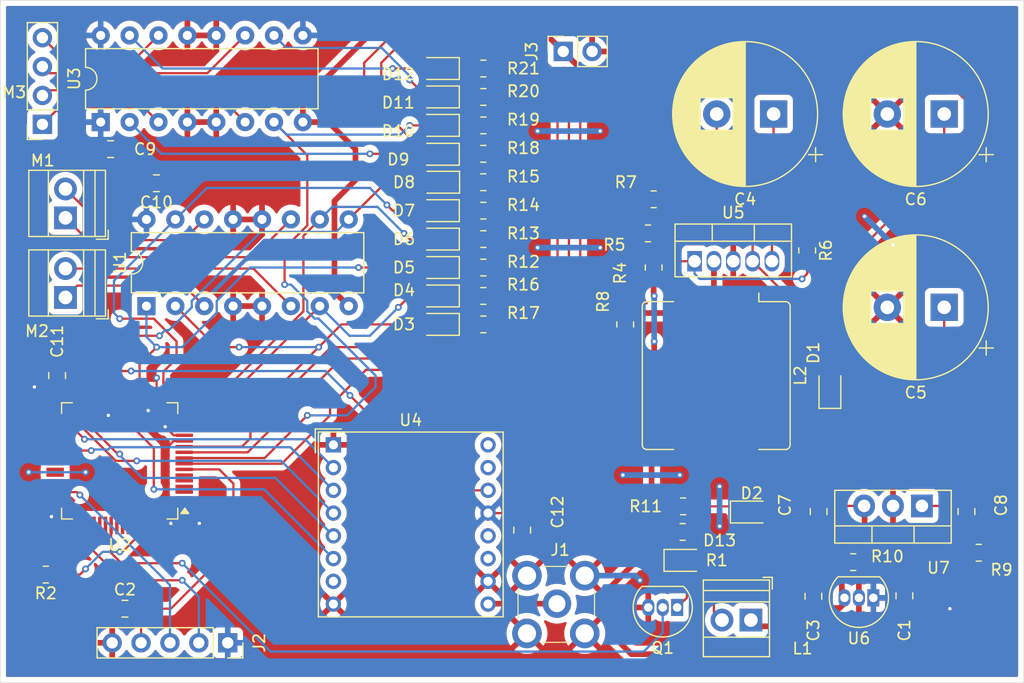
<source format=kicad_pcb>
(kicad_pcb (version 20240108) (generator "pcbnew") (generator_version "8.0")
  (layers (0 "F.Cu" signal) (31 "B.Cu" signal) (34 "B.Paste" user) (35 "F.Paste" user) (36 "B.SilkS" user "B.Silkscreen") (37 "F.SilkS" user "F.Silkscreen") (38 "B.Mask" user) (39 "F.Mask" user) (44 "Edge.Cuts" user))
  (net 0 "")
  (net 1 "/mcu/RESET")
  (net 2 "GND")
  (net 3 "Net-(U4-ANT)")
  (net 4 "+3V3")
  (net 5 "/mcu/SWDIO")
  (net 6 "/mcu/SWCLK")
  (net 7 "Net-(M1--)")
  (net 8 "Net-(M1-+)")
  (net 9 "Net-(M2--)")
  (net 10 "Net-(M2-+)")
  (net 11 "Net-(U3-1Y)")
  (net 12 "Net-(M3--)")
  (net 13 "Net-(U3-3Y)")
  (net 14 "Net-(U3-4Y)")
  (net 15 "Net-(U2-BOOT0)")
  (net 16 "DC_MOTOR2")
  (net 17 "DC_MOTOR_EN1_2")
  (net 18 "DC_MOTOR3")
  (net 19 "DC_MOTOR4")
  (net 20 "+BATT")
  (net 21 "DC_MOTOR_EN3_4")
  (net 22 "DC_MOTOR1")
  (net 24 "NSS")
  (net 31 "SCK")
  (net 46 "STEPPER4")
  (net 48 "STEPPER1")
  (net 50 "MOSI")
  (net 52 "STEPPER3")
  (net 54 "RESET_RADIO")
  (net 56 "MISO")
  (net 59 "STEPPER2")
  (net 60 "RADIO_DONE")
  (net 69 "ELECTROMAGNET")
  (net 70 "Net-(Q1-D)")
  (net 71 "+6V")
  (net 72 "Net-(U5-COMPENSATION)")
  (net 73 "Net-(C4-Pad1)")
  (net 74 "Net-(C5-Pad1)")
  (net 75 "Net-(U5-INPUT)")
  (net 76 "Net-(U7-OUT)")
  (net 77 "Net-(U7-IN)")
  (net 78 "Net-(D1-K)")
  (net 79 "Net-(U5-FEEDBACK)")
  (net 80 "Net-(D2-K)")
  (net 81 "Net-(D3-K)")
  (net 82 "Net-(D4-K)")
  (net 83 "Net-(D5-K)")
  (net 84 "Net-(D6-K)")
  (net 85 "Net-(D7-K)")
  (net 86 "Net-(D8-K)")
  (net 87 "Net-(D9-K)")
  (net 88 "Net-(D10-K)")
  (net 89 "Net-(D11-K)")
  (net 90 "Net-(D12-K)")
  (net 91 "Net-(D13-A)")
  (footprint "LED_SMD:LED_0805_2012Metric_Pad1.15x1.40mm_HandSolder" (layer "F.Cu") (at 101.5 69 180)
    (property "Reference" "D11")
    (property "Value" "LED")
  )
  (footprint "Package_DIP:DIP-16_W7.62mm" (layer "F.Cu") (at 75.855 87.39 90)
    (property "Reference" "U1")
    (property "Value" "L293D")
  )
  (footprint "Resistor_SMD:R_0805_2012Metric_Pad1.20x1.40mm_HandSolder" (layer "F.Cu") (at 119.952271 81)
    (property "Reference" "R5")
    (property "Value" "39k")
  )
  (footprint "Resistor_SMD:R_0805_2012Metric_Pad1.20x1.40mm_HandSolder" (layer "F.Cu") (at 105.475 84)
    (property "Reference" "R12")
    (property "Value" "330")
  )
  (footprint "Capacitor_SMD:C_0805_2012Metric_Pad1.18x1.45mm_HandSolder" (layer "F.Cu") (at 108.8925 107.0925 90)
    (property "Reference" "C12")
    (property "Value" "100n")
  )
  (footprint "Resistor_SMD:R_0805_2012Metric_Pad1.20x1.40mm_HandSolder" (layer "F.Cu") (at 105.475 89)
    (property "Reference" "R17")
    (property "Value" "330")
  )
  (footprint "Resistor_SMD:R_0805_2012Metric_Pad1.20x1.40mm_HandSolder" (layer "F.Cu") (at 117.952271 89 -90)
    (property "Reference" "R8")
    (property "Value" "0")
  )
  (footprint "Capacitor_SMD:C_0805_2012Metric_Pad1.18x1.45mm_HandSolder" (layer "F.Cu") (at 72.705 73.59 180)
    (property "Reference" "C9")
    (property "Value" "100n")
  )
  (footprint "Resistor_SMD:R_0805_2012Metric_Pad1.20x1.40mm_HandSolder" (layer "F.Cu") (at 105.475 69)
    (property "Reference" "R20")
    (property "Value" "330")
  )
  (footprint "digikey-footprints:RF_SMA_Vertical_5-1814832-1" (layer "F.Cu") (at 111.8525 113.6325)
    (property "Reference" "J1")
    (property "Value" "5-1814832-1")
  )
  (footprint "Capacitor_THT:CP_Radial_D12.5mm_P5.00mm" (layer "F.Cu") (at 131 70.5 180)
    (property "Reference" "C4")
    (property "Value" "0.1u")
  )
  (footprint "Resistor_SMD:R_0805_2012Metric_Pad1.20x1.40mm_HandSolder" (layer "F.Cu") (at 105.475 81.5)
    (property "Reference" "R13")
    (property "Value" "330")
  )
  (footprint "Connector_PinSocket_2.54mm:PinSocket_1x02_P2.54mm_Vertical" (layer "F.Cu") (at 112.5 65 90)
    (property "Reference" "J3")
    (property "Value" "xt60")
  )
  (footprint "Capacitor_SMD:C_0805_2012Metric_Pad1.18x1.45mm_HandSolder" (layer "F.Cu") (at 142.5 112.8675 90)
    (property "Reference" "C1")
    (property "Value" "0.1u")
  )
  (footprint "Resistor_SMD:R_0805_2012Metric_Pad1.20x1.40mm_HandSolder" (layer "F.Cu") (at 123 107.25 180)
    (property "Reference" "R1")
    (property "Value" "10")
  )
  (footprint "Resistor_SMD:R_0805_2012Metric_Pad1.20x1.40mm_HandSolder" (layer "F.Cu") (at 149.04 109.08)
    (property "Reference" "R9")
    (property "Value" "0")
  )
  (footprint "Resistor_SMD:R_0805_2012Metric_Pad1.20x1.40mm_HandSolder" (layer "F.Cu") (at 105.475 66.5)
    (property "Reference" "R21")
    (property "Value" "330")
  )
  (footprint "LED_SMD:LED_0805_2012Metric_Pad1.15x1.40mm_HandSolder" (layer "F.Cu") (at 101.5 79 180)
    (property "Reference" "D7")
    (property "Value" "LED")
  )
  (footprint "LED_SMD:LED_0805_2012Metric_Pad1.15x1.40mm_HandSolder" (layer "F.Cu") (at 101.5 71.5 180)
    (property "Reference" "D10")
    (property "Value" "LED")
  )
  (footprint "Capacitor_SMD:C_0805_2012Metric_Pad1.18x1.45mm_HandSolder" (layer "F.Cu") (at 73.9625 114)
    (property "Reference" "C2")
    (property "Value" "100n")
  )
  (footprint "Package_TO_SOT_THT:TO-220-5_Vertical" (layer "F.Cu") (at 124.052271 83.445)
    (property "Reference" "U5")
    (property "Value" "~")
  )
  (footprint "Connector_PinSocket_2.54mm:PinSocket_1x04_P2.54mm_Vertical" (layer "F.Cu") (at 66.705 71.41 180)
    (property "Reference" "M3")
    (property "Value" "Stepper_Motor_bipolar")
  )
  (footprint "Resistor_SMD:R_0805_2012Metric_Pad1.20x1.40mm_HandSolder" (layer "F.Cu") (at 123.04 105 180)
    (property "Reference" "R11")
    (property "Value" "1k")
  )
  (footprint "Capacitor_THT:CP_Radial_D12.5mm_P5.00mm" (layer "F.Cu") (at 146 70.5 180)
    (property "Reference" "C6")
    (property "Value" "330u")
  )
  (footprint "Resistor_SMD:R_0805_2012Metric_Pad1.20x1.40mm_HandSolder" (layer "F.Cu") (at 105.475 71.5)
    (property "Reference" "R19")
    (property "Value" "330")
  )
  (footprint "Connector_PinSocket_2.54mm:PinSocket_1x05_P2.54mm_Vertical" (layer "F.Cu") (at 83 117 -90)
    (property "Reference" "J2")
    (property "Value" "programmer")
  )
  (footprint "Resistor_SMD:R_0805_2012Metric_Pad1.20x1.40mm_HandSolder" (layer "F.Cu") (at 105.475 86.5)
    (property "Reference" "R16")
    (property "Value" "330")
  )
  (footprint "Resistor_SMD:R_0805_2012Metric_Pad1.20x1.40mm_HandSolder" (layer "F.Cu") (at 105.475 74)
    (property "Reference" "R18")
    (property "Value" "330")
  )
  (footprint "TerminalBlock:TerminalBlock_Xinya_XY308-2.54-2P_1x02_P2.54mm_Horizontal" (layer "F.Cu") (at 68.73 86.63 90)
    (property "Reference" "M2")
    (property "Value" "Motor_DC")
  )
  (footprint "RF_Module:HOPERF_RFM9XW_THT" (layer "F.Cu") (at 92.2925 99.5925)
    (property "Reference" "U4")
    (property "Value" "RFM98W-433S2")
  )
  (footprint "LED_SMD:LED_0805_2012Metric_Pad1.15x1.40mm_HandSolder" (layer "F.Cu") (at 101.5 86.5 180)
    (property "Reference" "D4")
    (property "Value" "LED")
  )
  (footprint "Package_QFP:LQFP-64_10x10mm_P0.5mm" (layer "F.Cu") (at 73.5 101 180)
    (property "Reference" "U2")
    (property "Value" "STM32L476RGTx")
  )
  (footprint "Resistor_SMD:R_0805_2012Metric_Pad1.20x1.40mm_HandSolder" (layer "F.Cu") (at 105.475 79)
    (property "Reference" "R14")
    (property "Value" "330")
  )
  (footprint "LED_SMD:LED_0805_2012Metric_Pad1.15x1.40mm_HandSolder" (layer "F.Cu") (at 101.5 89 180)
    (property "Reference" "D3")
    (property "Value" "LED")
  )
  (footprint "Package_TO_SOT_THT:TO-92_Inline" (layer "F.Cu") (at 139.77 113.045 180)
    (property "Reference" "U6")
    (property "Value" "L78L33_TO92")
  )
  (footprint "Capacitor_SMD:C_0805_2012Metric_Pad1.18x1.45mm_HandSolder" (layer "F.Cu") (at 147.96 105.46 90)
    (property "Reference" "C8")
    (property "Value" "0.33u")
  )
  (footprint "Package_TO_SOT_THT:TO-220-3_Vertical" (layer "F.Cu") (at 144.04 104.96 180)
    (property "Reference" "U7")
    (property "Value" "L7806")
  )
  (footprint "LED_SMD:LED_0805_2012Metric_Pad1.15x1.40mm_HandSolder" (layer "F.Cu") (at 101.5 84 180)
    (property "Reference" "D5")
    (property "Value" "LED")
  )
  (footprint "Resistor_SMD:R_0805_2012Metric_Pad1.20x1.40mm_HandSolder" (layer "F.Cu") (at 120.452271 78 180)
    (property "Reference" "R7")
    (property "Value" "0")
  )
  (footprint "LED_SMD:LED_0805_2012Metric_Pad1.15x1.40mm_HandSolder" (layer "F.Cu") (at 123.225 109.75)
    (property "Reference" "D13")
    (property "Value" "D")
  )
  (footprint "Capacitor_SMD:C_0805_2012Metric_Pad1.18x1.45mm_HandSolder" (layer "F.Cu") (at 134.5 112.905 90)
    (property "Reference" "C3")
    (property "Value" "0.33u")
  )
  (footprint "Package_TO_SOT_THT:TO-92_Inline" (layer "F.Cu") (at 122.52 113.89 180)
    (property "Reference" "Q1")
    (property "Value" "NMOS")
  )
  (footprint "LED_SMD:LED_0805_2012Metric_Pad1.15x1.40mm_HandSolder" (layer "F.Cu") (at 101.525 76.5 180)
    (property "Reference" "D8")
    (property "Value" "LED")
  )
  (footprint "Capacitor_SMD:C_0805_2012Metric_Pad1.18x1.45mm_HandSolder" (layer "F.Cu") (at 134.96 105.46 90)
    (property "Reference" "C7")
    (property "Value" "0.1u")
  )
  (footprint "Package_DIP:DIP-16_W7.62mm" (layer "F.Cu") (at 71.83 71.21 90)
    (property "Reference" "U3")
    (property "Value" "L293D")
  )
  (footprint "Diode_SMD:D_0805_2012Metric_Pad1.15x1.40mm_HandSolder" (layer "F.Cu") (at 135.952271 94.525 90)
    (property "Reference" "D1")
    (property "Value" "D_Schottky")
  )
  (footprint "Capacitor_THT:CP_Radial_D12.5mm_P5.00mm" (layer "F.Cu") (at 146 87.5 180)
    (property "Reference" "C5")
    (property "Value" "22000u")
  )
  (footprint "TerminalBlock:TerminalBlock_Xinya_XY308-2.54-2P_1x02_P2.54mm_Horizontal" (layer "F.Cu") (at 129 115 180)
    (property "Reference" "L1")
    (property "Value" "ElectromagneticActor")
  )
  (footprint "Resistor_SMD:R_0805_2012Metric_Pad1.20x1.40mm_HandSolder" (layer "F.Cu") (at 67 111 180)
    (property "Reference" "R2")
    (property "Value" "100k")
  )
  (footprint "LED_SMD:LED_0805_2012Metric_Pad1.15x1.40mm_HandSolder" (layer "F.Cu") (at 101.5 66.5 180)
    (property "Reference" "D12")
    (property "Value" "LED")
  )
  (footprint "Resistor_SMD:R_0805_2012Metric_Pad1.20x1.40mm_HandSolder" (layer "F.Cu") (at 138 109.905)
    (property "Reference" "R10")
    (property "Value" "0")
  )
  (footprint "LED_SMD:LED_0805_2012Metric_Pad1.15x1.40mm_HandSolder" (layer "F.Cu") (at 101.5 81.5 180)
    (property "Reference" "D6")
    (property "Value" "LED")
  )
  (footprint "Resistor_SMD:R_0805_2012Metric_Pad1.20x1.40mm_HandSolder" (layer "F.Cu") (at 120.452271 84 -90)
    (property "Reference" "R4")
    (property "Value" "6.8k")
  )
  (footprint "Capacitor_SMD:C_0805_2012Metric_Pad1.18x1.45mm_HandSolder" (layer "F.Cu") (at 68 93.5 -90)
    (property "Reference" "C11")
    (property "Value" "100n")
  )
  (footprint "TerminalBlock:TerminalBlock_Xinya_XY308-2.54-2P_1x02_P2.54mm_Horizontal" (layer "F.Cu") (at 68.73 79.63 90)
    (property "Reference" "M1")
    (property "Value" "Motor_DC")
  )
  (footprint "Inductor_SMD:L_Bourns_SRR1208_12.7x12.7mm" (layer "F.Cu") (at 125.952271 93.5 -90)
    (property "Reference" "L2")
    (property "Value" "180u")
  )
  (footprint "LED_SMD:LED_0805_2012Metric_Pad1.15x1.40mm_HandSolder" (layer "F.Cu") (at 129.065 105.5)
    (property "Reference" "D2")
    (property "Value" "LED")
  )
  (footprint "LED_SMD:LED_0805_2012Metric_Pad1.15x1.40mm_HandSolder" (layer "F.Cu") (at 101.5 74.04 180)
    (property "Reference" "D9")
    (property "Value" "LED")
  )
  (footprint "Resistor_SMD:R_0805_2012Metric_Pad1.20x1.40mm_HandSolder" (layer "F.Cu") (at 133.952271 82.5 -90)
    (property "Reference" "R6")
    (property "Value" "68k")
  )
  (footprint "Resistor_SMD:R_0805_2012Metric_Pad1.20x1.40mm_HandSolder" (layer "F.Cu") (at 105.475 76.5)
    (property "Reference" "R15")
    (property "Value" "330")
  )
  (footprint "Capacitor_SMD:C_0805_2012Metric_Pad1.18x1.45mm_HandSolder" (layer "F.Cu") (at 76.73 76.59 180)
    (property "Reference" "C10")
    (property "Value" "100n")
  )
  (gr_rect (start 63 60.5) (end 153 120.5) (stroke (width 0.05)) (fill none) (layer "Edge.Cuts"))
  (segment (start 78 114) (end 75 114) (width 0.2) (layer "F.Cu") (net 1))
  (segment (start 79.175 101.75) (end 82.25 101.75) (width 0.2) (layer "F.Cu") (net 1))
  (segment (start 83.5 103) (end 83.5 108.5) (width 0.2) (layer "F.Cu") (net 1))
  (segment (start 75.38 114.38) (end 75 114) (width 0.2) (layer "F.Cu") (net 1))
  (segment (start 75.38 117) (end 75.38 114.38) (width 0.2) (layer "F.Cu") (net 1))
  (segment (start 82.25 101.75) (end 83.5 103) (width 0.2) (layer "F.Cu") (net 1))
  (segment (start 83.5 108.5) (end 78 114) (width 0.2) (layer "F.Cu") (net 1))
  (segment (start 106.475 84) (end 106.475 86.5) (width 0.5) (layer "F.Cu") (net 2))
  (segment (start 76.75 108.25) (end 76.5 108.5) (width 0.2) (layer "F.Cu") (net 2))
  (segment (start 76.75 95.325) (end 76.75 93.70838) (width 0.2) (layer "F.Cu") (net 2))
  (segment (start 106.475 79) (end 106.475 81.5) (width 0.5) (layer "F.Cu") (net 2))
  (segment (start 76.75 105.25) (end 76.5 105) (width 0.2) (layer "F.Cu") (net 2))
  (segment (start 70.25 95.325) (end 70.25 93.75) (width 0.2) (layer "F.Cu") (net 2))
  (segment (start 106.475 76.5) (end 106.475 79) (width 0.5) (layer "F.Cu") (net 2))
  (segment (start 106.475 66.5) (end 106.475 69) (width 0.5) (layer "F.Cu") (net 2))
  (segment (start 76.75 106.675) (end 76.75 108.25) (width 0.2) (layer "F.Cu") (net 2))
  (segment (start 66.25 104.25) (end 66 104.5) (width 0.2) (layer "F.Cu") (net 2))
  (segment (start 106.475 81.5) (end 106.475 84) (width 0.5) (layer "F.Cu") (net 2))
  (segment (start 106.475 71.5) (end 106.475 74) (width 0.5) (layer "F.Cu") (net 2))
  (segment (start 78.25 99.25) (end 77.5 100) (width 0.2) (layer "F.Cu") (net 2))
  (segment (start 76.75 106.675) (end 76.75 105.25) (width 0.2) (layer "F.Cu") (net 2))
  (segment (start 76.75 95.325) (end 76.75 96.25) (width 0.2) (layer "F.Cu") (net 2))
  (segment (start 69.25 104.25) (end 69.5 104.5) (width 0.2) (layer "F.Cu") (net 2))
  (segment (start 106.475 74) (end 106.475 76.5) (width 0.5) (layer "F.Cu") (net 2))
  (segment (start 70.25 93.75) (end 70.5 93.5) (width 0.2) (layer "F.Cu") (net 2))
  (segment (start 76.75 93.70838) (end 76.74162 93.7) (width 0.2) (layer "F.Cu") (net 2))
  (segment (start 106.475 69) (end 106.475 71.5) (width 0.5) (layer "F.Cu") (net 2))
  (segment (start 79.175 99.25) (end 78.25 99.25) (width 0.2) (layer "F.Cu") (net 2))
  (segment (start 67.825 104.25) (end 69.25 104.25) (width 0.2) (layer "F.Cu") (net 2))
  (segment (start 76.75 96.25) (end 77.5 97) (width 0.2) (layer "F.Cu") (net 2))
  (segment (start 106.475 86.5) (end 106.475 89) (width 0.5) (layer "F.Cu") (net 2))
  (segment (start 67.825 104.25) (end 66.25 104.25) (width 0.2) (layer "F.Cu") (net 2))
  (via (at 76.74162 93.7) (size 0.6) (drill 0.3) (layers "F.Cu" "B.Cu") (net 2))
  (via (at 117.75 102.25) (size 0.6) (drill 0.3) (layers "F.Cu" "B.Cu") (net 2))
  (via (at 139 79.5) (size 0.5) (drill 0.3) (layers "F.Cu" "B.Cu") (net 2))
  (via (at 115.75 82.25) (size 0.5) (drill 0.3) (layers "F.Cu" "B.Cu") (net 2))
  (via (at 126.25 106.75) (size 0.6) (drill 0.3) (layers "F.Cu" "B.Cu") (net 2))
  (via (at 122.75 102.25) (size 0.6) (drill 0.3) (layers "F.Cu" "B.Cu") (net 2))
  (via (at 70.5 102) (size 0.6) (drill 0.3) (layers "F.Cu" "B.Cu") (net 2))
  (via (at 126.25 103.25) (size 0.6) (drill 0.3) (layers "F.Cu" "B.Cu") (net 2))
  (via (at 65.5 102) (size 0.6) (drill 0.3) (layers "F.Cu" "B.Cu") (net 2))
  (via (at 141.5 82) (size 0.5) (drill 0.3) (layers "F.Cu" "B.Cu") (net 2))
  (via (at 110.25 82.25) (size 0.6) (drill 0.3) (layers "F.Cu" "B.Cu") (net 2))
  (via (at 119.25 111.5) (size 0.6) (drill 0.3) (layers "F.Cu" "B.Cu") (net 2))
  (via (at 110.25 72) (size 0.6) (drill 0.3) (layers "F.Cu" "B.Cu") (net 2))
  (via (at 115.75 72) (size 0.5) (drill 0.3) (layers "F.Cu" "B.Cu") (net 2))
  (segment (start 110.25 82.25) (end 115.75 82.25) (width 0.5) (layer "B.Cu") (net 2))
  (segment (start 70.5 102) (end 65.5 102) (width 0.2) (layer "B.Cu") (net 2))
  (segment (start 118.8425 111.0925) (end 114.3925 111.0925) (width 0.5) (layer "B.Cu") (net 2))
  (segment (start 141.5 82) (end 139 79.5) (width 0.5) (layer "B.Cu") (net 2))
  (segment (start 122.75 102.25) (end 117.75 102.25) (width 0.5) (layer "B.Cu") (net 2))
  (segment (start 76.74162 93.7) (end 76.9 93.54162) (width 0.2) (layer "B.Cu") (net 2))
  (segment (start 110.25 72) (end 115.75 72) (width 0.5) (layer "B.Cu") (net 2))
  (segment (start 119.25 111.5) (end 118.8425 111.0925) (width 0.5) (layer "B.Cu") (net 2))
  (segment (start 126.25 106.75) (end 126.25 103.25) (width 0.5) (layer "B.Cu") (net 2))
  (segment (start 105.9275 113.5575) (end 105.8925 113.5925) (width 0.5) (layer "F.Cu") (net 3))
  (segment (start 111.9525 113.5575) (end 105.9275 113.5575) (width 0.5) (layer "F.Cu") (net 3))
  (segment (start 72.5 97) (end 71.75 96.25) (width 0.2) (layer "F.Cu") (net 4))
  (segment (start 68 94.5375) (end 68.9625 94.5375) (width 0.2) (layer "F.Cu") (net 4))
  (segment (start 68 94.5375) (end 66.0375 94.5375) (width 0.2) (layer "F.Cu") (net 4))
  (segment (start 67.5 105.9) (end 67.5 105.075) (width 0.2) (layer "F.Cu") (net 4))
  (segment (start 75.855 76.7525) (end 75.6925 76.59) (width 0.2) (layer "F.Cu") (net 4))
  (segment (start 78.25 98.75) (end 79.175 98.75) (width 0.2) (layer "F.Cu") (net 4))
  (segment (start 108.43 105.5925) (end 108.8925 106.055) (width 0.2) (layer "F.Cu") (net 4))
  (segment (start 71.75 96.25) (end 71.75 95.325) (width 0.2) (layer "F.Cu") (net 4))
  (segment (start 75.855 79.77) (end 75.855 76.7525) (width 0.2) (layer "F.Cu") (net 4))
  (segment (start 141.64 113.045) (end 142.5 113.905) (width 0.5) (layer "F.Cu") (net 4))
  (segment (start 80.5 106.5) (end 79.175 105.175) (width 0.2) (layer "F.Cu") (net 4))
  (segment (start 146.405 113.905) (end 146.5 114) (width 0.5) (layer "F.Cu") (net 4))
  (segment (start 67.5 105.075) (end 67.825 104.75) (width 0.2) (layer "F.Cu") (net 4))
  (segment (start 66.0375 94.5375) (end 66 94.5) (width 0.2) (layer "F.Cu") (net 4))
  (segment (start 105.8925 105.5925) (end 108.43 105.5925) (width 0.2) (layer "F.Cu") (net 4))
  (segment (start 79.175 105.175) (end 79.175 104.75) (width 0.2) (layer "F.Cu") (net 4))
  (segment (start 77.5 98) (end 78.25 98.75) (width 0.2) (layer "F.Cu") (net 4))
  (segment (start 77.825 106.675) (end 78 106.5) (width 0.2) (layer "F.Cu") (net 4))
  (segment (start 68.9625 94.5375) (end 69.75 95.325) (width 0.2) (layer "F.Cu") (net 4))
  (segment (start 71.83 71.21) (end 71.83 73.4275) (width 0.2) (layer "F.Cu") (net 4))
  (segment (start 77.25 106.675) (end 77.825 106.675) (width 0.2) (layer "F.Cu") (net 4))
  (segment (start 71.83 73.4275) (end 71.6675 73.59) (width 0.2) (layer "F.Cu") (net 4))
  (segment (start 142.5 113.905) (end 146.405 113.905) (width 0.5) (layer "F.Cu") (net 4))
  (segment (start 76.002572 96.573147) (end 76.25 96.325719) (width 0.2) (layer "F.Cu") (net 4))
  (segment (start 139.77 113.045) (end 141.64 113.045) (width 0.5) (layer "F.Cu") (net 4))
  (segment (start 76.25 96.325719) (end 76.25 95.325) (width 0.2) (layer "F.Cu") (net 4))
  (segment (start 71.6675 63.4275) (end 71.83 63.59) (width 0.2) (layer "F.Cu") (net 4))
  (via (at 78 106.5) (size 0.6) (drill 0.3) (layers "F.Cu" "B.Cu") (net 4))
  (via (at 66 94.5) (size 0.6) (drill 0.3) (layers "F.Cu" "B.Cu") (net 4))
  (via (at 146.5 114) (size 0.5) (drill 0.3) (layers "F.Cu" "B.Cu") (net 4))
  (via (at 67.5 105.9) (size 0.6) (drill 0.3) (layers "F.Cu" "B.Cu") (net 4))
  (via (at 76.002572 96.573147) (size 0.6) (drill 0.3) (layers "F.Cu" "B.Cu") (net 4))
  (via (at 77.5 98) (size 0.6) (drill 0.3) (layers "F.Cu" "B.Cu") (net 4))
  (via (at 80.5 106.5) (size 0.6) (drill 0.3) (layers "F.Cu" "B.Cu") (net 4))
  (via (at 72.5 97) (size 0.6) (drill 0.3) (layers "F.Cu" "B.Cu") (net 4))
  (segment (start 69.75 103.75) (end 70 104) (width 0.2) (layer "F.Cu") (net 5))
  (segment (start 67.825 103.75) (end 69.75 103.75) (width 0.2) (layer "F.Cu") (net 5))
  (via (at 70 104) (size 0.6) (drill 0.3) (layers "F.Cu" "B.Cu") (net 5))
  (segment (start 70 104) (end 77.92 111.92) (width 0.2) (layer "B.Cu") (net 5))
  (segment (start 77.92 111.92) (end 77.92 117) (width 0.2) (layer "B.Cu") (net 5))
  (segment (start 69.75 106.675) (end 69.75 107.48241) (width 0.2) (layer "F.Cu") (net 6))
  (segment (start 73.76759 111.5) (end 79 111.5) (width 0.2) (layer "F.Cu") (net 6))
  (segment (start 69.75 107.48241) (end 73.76759 111.5) (width 0.2) (layer "F.Cu") (net 6))
  (via (at 79 111.5) (size 0.6) (drill 0.3) (layers "F.Cu" "B.Cu") (net 6))
  (segment (start 80.46 112.96) (end 80.46 117) (width 0.2) (layer "B.Cu") (net 6))
  (segment (start 79 111.5) (end 80.46 112.96) (width 0.2) (layer "B.Cu") (net 6))
  (segment (start 79.115 81.59) (end 80.935 79.77) (width 0.2) (layer "F.Cu") (net 7))
  (segment (start 68.73 77.09) (end 73.23 81.59) (width 0.2) (layer "F.Cu") (net 7))
  (segment (start 73.23 81.59) (end 79.115 81.59) (width 0.2) (layer "F.Cu") (net 7))
  (segment (start 72.19 83.09) (end 85.235 83.09) (width 0.2) (layer "F.Cu") (net 8))
  (segment (start 68.73 79.63) (end 72.19 83.09) (width 0.2) (layer "F.Cu") (net 8))
  (segment (start 85.235 83.09) (end 88.555 79.77) (width 0.2) (layer "F.Cu") (net 8))
  (segment (start 68.73 84.09) (end 85.255 84.09) (width 0.2) (layer "F.Cu") (net 9))
  (segment (start 85.255 84.09) (end 88.555 87.39) (width 0.2) (layer "F.Cu") (net 9))
  (segment (start 69.77 85.59) (end 79.135 85.59) (width 0.2) (layer "F.Cu") (net 10))
  (segment (start 68.73 86.63) (end 69.77 85.59) (width 0.2) (layer "F.Cu") (net 10))
  (segment (start 79.135 85.59) (end 80.935 87.39) (width 0.2) (layer "F.Cu") (net 10))
  (segment (start 68.205 69.91) (end 75.61 69.91) (width 0.2) (layer "F.Cu") (net 11))
  (segment (start 75.61 69.91) (end 76.91 71.21) (width 0.2) (layer "F.Cu") (net 11))
  (segment (start 66.705 71.41) (end 68.205 69.91) (width 0.2) (layer "F.Cu") (net 11))
  (segment (start 81.73 68.41) (end 84.53 71.21) (width 0.2) (layer "F.Cu") (net 12))
  (segment (start 67.165 68.41) (end 81.73 68.41) (width 0.2) (layer "F.Cu") (net 12))
  (segment (start 66.705 68.87) (end 67.165 68.41) (width 0.2) (layer "F.Cu") (net 12))
  (segment (start 66.705 66.33) (end 67.285 66.91) (width 0.2) (layer "F.Cu") (net 13))
  (segment (start 81.21 66.91) (end 84.53 63.59) (width 0.2) (layer "F.Cu") (net 13))
  (segment (start 67.285 66.91) (end 81.21 66.91) (width 0.2) (layer "F.Cu") (net 13))
  (segment (start 68.325 65.41) (end 75.09 65.41) (width 0.2) (layer "F.Cu") (net 14))
  (segment (start 75.09 65.41) (end 76.91 63.59) (width 0.2) (layer "F.Cu") (net 14))
  (segment (start 66.705 63.79) (end 68.325 65.41) (width 0.2) (layer "F.Cu") (net 14))
  (segment (start 73.73241 109) (end 73.5 109) (width 0.2) (layer "F.Cu") (net 15))
  (segment (start 70 111) (end 68 111) (width 0.2) (layer "F.Cu") (net 15))
  (segment (start 75.25 106.675) (end 75.25 107.48241) (width 0.2) (layer "F.Cu") (net 15))
  (segment (start 70.5 110.5) (end 70 111) (width 0.2) (layer "F.Cu") (net 15))
  (segment (start 75.25 107.48241) (end 73.73241 109) (width 0.2) (layer "F.Cu") (net 15))
  (via (at 70.5 110.5) (size 0.6) (drill 0.3) (layers "F.Cu" "B.Cu") (net 15))
  (via (at 73.5 109) (size 0.6) (drill 0.3) (layers "F.Cu" "B.Cu") (net 15))
  (segment (start 72 109) (end 70.5 110.5) (width 0.2) (layer "B.Cu") (net 15))
  (segment (start 73.5 109) (end 72 109) (width 0.2) (layer "B.Cu") (net 15))
  (segment (start 99 86.5) (end 98 87.5) (width 0.2) (layer "F.Cu") (net 16))
  (segment (start 80.735 97.75) (end 79.175 97.75) (width 0.2) (layer "F.Cu") (net 16))
  (segment (start 91.095 87.39) (end 80.735 97.75) (width 0.2) (layer "F.Cu") (net 16))
  (segment (start 100.475 86.5) (end 99 86.5) (width 0.2) (layer "F.Cu") (net 16))
  (via (at 98 87.5) (size 0.6) (drill 0.3) (layers "F.Cu" "B.Cu") (net 16))
  (segment (start 93.705 90) (end 91.095 87.39) (width 0.2) (layer "B.Cu") (net 16))
  (segment (start 95.5 90) (end 93.705 90) (width 0.2) (layer "B.Cu") (net 16))
  (segment (start 98 87.5) (end 95.5 90) (width 0.2) (layer "B.Cu") (net 16))
  (segment (start 76.751471 91) (end 75.25 92.501471) (width 0.2) (layer "F.Cu") (net 17))
  (segment (start 75.25 92.501471) (end 75.25 95.325) (width 0.2) (layer "F.Cu") (net 17))
  (segment (start 100.475 84) (end 94.5 84) (width 0.2) (layer "F.Cu") (net 17))
  (via (at 76.751471 91) (size 0.6) (drill 0.3) (layers "F.Cu" "B.Cu") (net 17))
  (via (at 94.5 84) (size 0.6) (drill 0.3) (layers "F.Cu" "B.Cu") (net 17))
  (segment (start 79 91) (end 76.751471 91) (width 0.2) (layer "B.Cu") (net 17))
  (segment (start 75.855 90.103529) (end 75.855 87.39) (width 0.2) (layer "B.Cu") (net 17))
  (segment (start 75.855 87.615) (end 75.855 87.39) (width 0.2) (layer "B.Cu") (net 17))
  (segment (start 84.969365 84) (end 82.035 86.934365) (width 0.2) (layer "B.Cu") (net 17))
  (segment (start 82.035 87.965) (end 79 91) (width 0.2) (layer "B.Cu") (net 17))
  (segment (start 82.035 86.934365) (end 82.035 87.965) (width 0.2) (layer "B.Cu") (net 17))
  (segment (start 76.751471 91) (end 75.855 90.103529) (width 0.2) (layer "B.Cu") (net 17))
  (segment (start 94.5 84) (end 84.969365 84) (width 0.2) (layer "B.Cu") (net 17))
  (segment (start 89.655 87.845635) (end 80.250635 97.25) (width 0.2) (layer "F.Cu") (net 18))
  (segment (start 89.655 81.21) (end 89.655 87.845635) (width 0.2) (layer "F.Cu") (net 18))
  (segment (start 99 81.5) (end 98.5 81) (width 0.2) (layer "F.Cu") (net 18))
  (segment (start 80.250635 97.25) (end 79.175 97.25) (width 0.2) (layer "F.Cu") (net 18))
  (segment (start 91.095 79.77) (end 89.655 81.21) (width 0.2) (layer "F.Cu") (net 18))
  (segment (start 100.475 81.5) (end 99 81.5) (width 0.2) (layer "F.Cu") (net 18))
  (via (at 98.5 81) (size 0.6) (drill 0.3) (layers "F.Cu" "B.Cu") (net 18))
  (segment (start 92.195 78.67) (end 91.095 79.77) (width 0.2) (layer "B.Cu") (net 18))
  (segment (start 98.5 81) (end 96.17 78.67) (width 0.2) (layer "B.Cu") (net 18))
  (segment (start 96.17 78.67) (end 92.195 78.67) (width 0.2) (layer "B.Cu") (net 18))
  (segment (start 100.475 79) (end 97.5 79) (width 0.2) (layer "F.Cu") (net 19))
  (segment (start 78.5 92) (end 77.34162 93.15838) (width 0.2) (layer "F.Cu") (net 19))
  (segment (start 77.34162 93.15838) (end 77.34162 95.23338) (width 0.2) (layer "F.Cu") (net 19))
  (segment (start 77.34162 95.23338) (end 77.25 95.325) (width 0.2) (layer "F.Cu") (net 19))
  (segment (start 73.5 88.5) (end 76.5 88.5) (width 0.2) (layer "F.Cu") (net 19))
  (segment (start 78.5 90.5) (end 78.5 92) (width 0.2) (layer "F.Cu") (net 19))
  (segment (start 76.5 88.5) (end 78.5 90.5) (width 0.2) (layer "F.Cu") (net 19))
  (segment (start 97.5 79) (end 97 78.5) (width 0.2) (layer "F.Cu") (net 19))
  (via (at 97 78.5) (size 0.6) (drill 0.3) (layers "F.Cu" "B.Cu") (net 19))
  (via (at 73.5 88.5) (size 0.6) (drill 0.3) (layers "F.Cu" "B.Cu") (net 19))
  (segment (start 81.165 77) (end 78.395 79.77) (width 0.2) (layer "B.Cu") (net 19))
  (segment (start 95.5 77) (end 81.165 77) (width 0.2) (layer "B.Cu") (net 19))
  (segment (start 73 85.5) (end 73 88) (width 0.2) (layer "B.Cu") (net 19))
  (segment (start 73 88) (end 73.5 88.5) (width 0.2) (layer "B.Cu") (net 19))
  (segment (start 78.395 79.77) (end 73 85.165) (width 0.2) (layer "B.Cu") (net 19))
  (segment (start 73 85.165) (end 73 85.5) (width 0.2) (layer "B.Cu") (net 19))
  (segment (start 97 78.5) (end 95.5 77) (width 0.2) (layer "B.Cu") (net 19))
  (segment (start 115 67.5) (end 146.3 67.5) (width 0.5) (layer "F.Cu") (net 20))
  (segment (start 89.61 69.39) (end 89.61 71.21) (width 0.5) (layer "F.Cu") (net 20))
  (segment (start 119.452271 76.547729) (end 119.452271 78) (width 0.5) (layer "F.Cu") (net 20))
  (segment (start 119.5 72) (end 112.5 65) (width 0.5) (layer "F.Cu") (net 20))
  (segment (start 93.635 87.39) (end 92.385 86.14) (width 0.5) (layer "F.Cu") (net 20))
  (segment (start 112.912271 65.5) (end 113 65.5) (width 0.5) (layer "F.Cu") (net 20))
  (segment (start 92.385 86.14) (end 92.385 78.157182) (width 0.5) (layer "F.Cu") (net 20))
  (segment (start 150.5 108.62) (end 150.04 109.08) (width 0.5) (layer "F.Cu") (net 20))
  (segment (start 97 62) (end 89.61 69.39) (width 0.5) (layer "F.Cu") (net 20))
  (segment (start 112.5 65) (end 115 67.5) (width 0.5) (layer "F.Cu") (net 20))
  (segment (start 146.3 67.5) (end 149 70.2) (width 0.5) (layer "F.Cu") (net 20))
  (segment (start 92.385 78.157182) (end 94.23 76.312182) (width 0.5) (layer "F.Cu") (net 20))
  (segment (start 94.23 76.312182) (end 94.23 73.59) (width 0.5) (layer "F.Cu") (net 20))
  (segment (start 119.5 72) (end 119.5 76.5) (width 0.5) (layer "F.Cu") (net 20))
  (segment (start 109.5 62) (end 97 62) (width 0.5) (layer "F.Cu") (net 20))
  (segment (start 112.5 65) (end 109.5 62) (width 0.5) (layer "F.Cu") (net 20))
  (segment (start 94.23 73.59) (end 91.85 71.21) (width 0.5) (layer "F.Cu") (net 20))
  (segment (start 150.5 72) (end 150.5 108.62) (width 0.5) (layer "F.Cu") (net 20))
  (segment (start 149 70.2) (end 149 70.5) (width 0.5) (layer "F.Cu") (net 20))
  (segment (start 149 70.5) (end 150.5 72) (width 0.5) (layer "F.Cu") (net 20))
  (segment (start 119.5 76.5) (end 119.452271 76.547729) (width 0.5) (layer "F.Cu") (net 20))
  (segment (start 91.85 71.21) (end 89.61 71.21) (width 0.5) (layer "F.Cu") (net 20))
  (segment (start 96.905 76.5) (end 93.635 79.77) (width 0.2) (layer "F.Cu") (net 21))
  (segment (start 71.25 93.75) (end 71.25 95.325) (width 0.2) (layer "F.Cu") (net 21))
  (segment (start 75 90) (end 71.25 93.75) (width 0.2) (layer "F.Cu") (net 21))
  (segment (start 77 90) (end 75 90) (width 0.2) (layer "F.Cu") (net 21))
  (segment (start 100.5 76.5) (end 96.905 76.5) (width 0.2) (layer "F.Cu") (net 21))
  (via (at 77 90) (size 0.6) (drill 0.3) (layers "F.Cu" "B.Cu") (net 21))
  (segment (start 85.899365 80.87) (end 92.535 80.87) (width 0.2) (layer "B.Cu") (net 21))
  (segment (start 79.835 86.934365) (end 85.899365 80.87) (width 0.2) (layer "B.Cu") (net 21))
  (segment (start 92.535 80.87) (end 93.635 79.77) (width 0.2) (layer "B.Cu") (net 21))
  (segment (start 77 90) (end 77.5 89.5) (width 0.2) (layer "B.Cu") (net 21))
  (segment (start 79.835 87.505635) (end 79.835 86.934365) (width 0.2) (layer "B.Cu") (net 21))
  (segment (start 77.840635 89.5) (end 79.835 87.505635) (width 0.2) (layer "B.Cu") (net 21))
  (segment (start 77.5 89.5) (end 77.840635 89.5) (width 0.2) (layer "B.Cu") (net 21))
  (segment (start 83.75 98.25) (end 79.175 98.25) (width 0.2) (layer "F.Cu") (net 22))
  (segment (start 100.475 89) (end 93 89) (width 0.2) (layer "F.Cu") (net 22))
  (segment (start 93 89) (end 91 91) (width 0.2) (layer "F.Cu") (net 22))
  (segment (start 82.005 91) (end 84 91) (width 0.2) (layer "F.Cu") (net 22))
  (segment (start 78.395 87.39) (end 82.005 91) (width 0.2) (layer "F.Cu") (net 22))
  (segment (start 91 91) (end 83.75 98.25) (width 0.2) (layer "F.Cu") (net 22))
  (via (at 91 91) (size 0.6) (drill 0.3) (layers "F.Cu" "B.Cu") (net 22))
  (via (at 84 91) (size 0.6) (drill 0.3) (layers "F.Cu" "B.Cu") (net 22))
  (segment (start 84 91) (end 91 91) (width 0.2) (layer "B.Cu") (net 22))
  (segment (start 70.184314 97.25) (end 67.825 97.25) (width 0.2) (layer "F.Cu") (net 24))
  (segment (start 73.5 100.4) (end 73.334314 100.4) (width 0.2) (layer "F.Cu") (net 24))
  (segment (start 73.334314 100.4) (end 70.184314 97.25) (width 0.2) (layer "F.Cu") (net 24))
  (via (at 73.5 100.4) (size 0.6) (drill 0.3) (layers "F.Cu" "B.Cu") (net 24))
  (segment (start 75.5 102.5) (end 87.2 102.5) (width 0.2) (layer "B.Cu") (net 24))
  (segment (start 73.5 100.4) (end 73.5 100.5) (width 0.2) (layer "B.Cu") (net 24))
  (segment (start 73.5 100.5) (end 75.5 102.5) (width 0.2) (layer "B.Cu") (net 24))
  (segment (start 87.2 102.5) (end 92.2925 107.5925) (width 0.2) (layer "B.Cu") (net 24))
  (segment (start 69.901471 97.75) (end 73.151471 101) (width 0.2) (layer "F.Cu") (net 31))
  (segment (start 73.151471 101) (end 75 101) (width 0.2) (layer "F.Cu") (net 31))
  (segment (start 67.825 97.75) (end 69.901471 97.75) (width 0.2) (layer "F.Cu") (net 31))
  (via (at 75 101) (size 0.6) (drill 0.3) (layers "F.Cu" "B.Cu") (net 31))
  (segment (start 75 101) (end 87.7 101) (width 0.2) (layer "B.Cu") (net 31))
  (segment (start 87.7 101) (end 92.2925 105.5925) (width 0.2) (layer "B.Cu") (net 31))
  (segment (start 107 91) (end 112 86) (width 0.2) (layer "F.Cu") (net 46))
  (segment (start 85 98.085785) (end 92.085785 91) (width 0.2) (layer "F.Cu") (net 46))
  (segment (start 92.085785 91) (end 107 91) (width 0.2) (layer "F.Cu") (net 46))
  (segment (start 106.5 64) (end 101.5 64) (width 0.2) (layer "F.Cu") (net 46))
  (segment (start 112 86) (end 112 69.5) (width 0.2) (layer "F.Cu") (net 46))
  (segment (start 79.175 99.75) (end 84.25 99.75) (width 0.2) (layer "F.Cu") (net 46))
  (segment (start 85 99) (end 85 98.085785) (width 0.2) (layer "F.Cu") (net 46))
  (segment (start 100.475 66.5) (end 97.5 66.5) (width 0.2) (layer "F.Cu") (net 46))
  (segment (start 100.475 65.025) (end 100.475 66.5) (width 0.2) (layer "F.Cu") (net 46))
  (segment (start 84.25 99.75) (end 85 99) (width 0.2) (layer "F.Cu") (net 46))
  (segment (start 112 69.5) (end 106.5 64) (width 0.2) (layer "F.Cu") (net 46))
  (segment (start 101.5 64) (end 100.475 65.025) (width 0.2) (layer "F.Cu") (net 46))
  (via (at 97.5 66.5) (size 0.6) (drill 0.3) (layers "F.Cu" "B.Cu") (net 46))
  (segment (start 77.28 66.5) (end 74.37 63.59) (width 0.2) (layer "B.Cu") (net 46))
  (segment (start 97.5 66.5) (end 77.28 66.5) (width 0.2) (layer "B.Cu") (net 46))
  (segment (start 92 97) (end 92 96.151471) (width 0.2) (layer "F.Cu") (net 48))
  (segment (start 114 87.5) (end 114 69) (width 0.2) (layer "F.Cu") (net 48))
  (segment (start 98.45 62.55) (end 95 66) (width 0.2) (layer "F.Cu") (net 48))
  (segment (start 107.55 62.55) (end 98.45 62.55) (width 0.2) (layer "F.Cu") (net 48))
  (segment (start 95 66) (end 95 68.565) (width 0.2) (layer "F.Cu") (net 48))
  (segment (start 79.175 101.25) (end 87.75 101.25) (width 0.2) (layer "F.Cu") (net 48))
  (segment (start 100.475 74.04) (end 100.435 74) (width 0.2) (layer "F.Cu") (net 48))
  (segment (start 108.5 93) (end 114 87.5) (width 0.2) (layer "F.Cu") (net 48))
  (segment (start 92 96.151471) (end 95.151471 93) (width 0.2) (layer "F.Cu") (net 48))
  (segment (start 114 69) (end 107.55 62.55) (width 0.2) (layer "F.Cu") (net 48))
  (segment (start 95.151471 93) (end 108.5 93) (width 0.2) (layer "F.Cu") (net 48))
  (segment (start 100.435 74) (end 95.5 74) (width 0.2) (layer "F.Cu") (net 48))
  (segment (start 87.75 101.25) (end 92 97) (width 0.2) (layer "F.Cu") (net 48))
  (segment (start 95 68.565) (end 100.475 74.04) (width 0.2) (layer "F.Cu") (net 48))
  (via (at 95.5 74) (size 0.6) (drill 0.3) (layers "F.Cu" "B.Cu") (net 48))
  (segment (start 95.5 74) (end 77.16 74) (width 0.2) (layer "B.Cu") (net 48))
  (segment (start 77.16 74) (end 74.37 71.21) (width 0.2) (layer "B.Cu") (net 48))
  (segment (start 71 100.098529) (end 69.980939 100.098529) (width 0.2) (layer "F.Cu") (net 50))
  (segment (start 68.63241 98.75) (end 67.825 98.75) (width 0.2) (layer "F.Cu") (net 50))
  (segment (start 69.980939 100.098529) (end 68.63241 98.75) (width 0.2) (layer "F.Cu") (net 50))
  (via (at 71 100.098529) (size 0.6) (drill 0.3) (layers "F.Cu" "B.Cu") (net 50))
  (segment (start 72.5 100) (end 72.7 99.8) (width 0.2) (layer "B.Cu") (net 50))
  (segment (start 88.5 99.8) (end 92.2925 103.5925) (width 0.2) (layer "B.Cu") (net 50))
  (segment (start 71.098529 100) (end 72.5 100) (width 0.2) (layer "B.Cu") (net 50))
  (segment (start 71 100.098529) (end 71.098529 100) (width 0.2) (layer "B.Cu") (net 50))
  (segment (start 72.7 99.8) (end 88.5 99.8) (width 0.2) (layer "B.Cu") (net 50))
  (segment (start 113 69) (end 107 63) (width 0.2) (layer "F.Cu") (net 52))
  (segment (start 97.5 69) (end 100.475 69) (width 0.2) (layer "F.Cu") (net 52))
  (segment (start 100.475 69) (end 100.475 68.975) (width 0.2) (layer "F.Cu") (net 52))
  (segment (start 113 87) (end 113 69) (width 0.2) (layer "F.Cu") (net 52))
  (segment (start 79.175 100.25) (end 84.75 100.25) (width 0.2) (layer "F.Cu") (net 52))
  (segment (start 100.475 68.975) (end 99 67.5) (width 0.2) (layer "F.Cu") (net 52))
  (segment (start 107 63) (end 99.5 63) (width 0.2) (layer "F.Cu") (net 52))
  (segment (start 96.5 68) (end 97.5 69) (width 0.2) (layer "F.Cu") (net 52))
  (segment (start 99.5 63) (end 96.5 66) (width 0.2) (layer "F.Cu") (net 52))
  (segment (start 96.5 66) (end 96.5 68) (width 0.2) (layer "F.Cu") (net 52))
  (segment (start 108 92) (end 113 87) (width 0.2) (layer "F.Cu") (net 52))
  (segment (start 84.75 100.25) (end 93 92) (width 0.2) (layer "F.Cu") (net 52))
  (segment (start 93 92) (end 108 92) (width 0.2) (layer "F.Cu") (net 52))
  (via (at 99 67.5) (size 0.6) (drill 0.3) (layers "F.Cu" "B.Cu") (net 52))
  (segment (start 88.17 64.69) (end 87.07 63.59) (width 0.2) (layer "B.Cu") (net 52))
  (segment (start 99 67.5) (end 99 67.151471) (width 0.2) (layer "B.Cu") (net 52))
  (segment (start 96.538529 64.69) (end 88.17 64.69) (width 0.2) (layer "B.Cu") (net 52))
  (segment (start 99 67.151471) (end 96.538529 64.69) (width 0.2) (layer "B.Cu") (net 52))
  (segment (start 72.75 95.325) (end 72.75 96.13241) (width 0.2) (layer "F.Cu") (net 54))
  (segment (start 72.75 96.13241) (end 73.61759 97) (width 0.2) (layer "F.Cu") (net 54))
  (segment (start 76.5 99.88241) (end 76.5 103.5) (width 0.2) (layer "F.Cu") (net 54))
  (segment (start 73.61759 97) (end 76.5 99.88241) (width 0.2) (layer "F.Cu") (net 54))
  (via (at 76.5 103.5) (size 0.6) (drill 0.3) (layers "F.Cu" "B.Cu") (net 54))
  (segment (start 76.5 103.5) (end 86.2 103.5) (width 0.2) (layer "B.Cu") (net 54))
  (segment (start 86.2 103.5) (end 92.2925 109.5925) (width 0.2) (layer "B.Cu") (net 54))
  (segment (start 67.825 98.25) (end 69.552942 98.25) (width 0.2) (layer "F.Cu") (net 56))
  (segment (start 69.552942 98.25) (end 70.401471 99.098529) (width 0.2) (layer "F.Cu") (net 56))
  (via (at 70.401471 99.098529) (size 0.6) (drill 0.3) (layers "F.Cu" "B.Cu") (net 56))
  (segment (start 89.798529 99.098529) (end 92.2925 101.5925) (width 0.2) (layer "B.Cu") (net 56))
  (segment (start 70.401471 99.098529) (end 89.798529 99.098529) (width 0.2) (layer "B.Cu") (net 56))
  (segment (start 86.25 100.75) (end 79.175 100.75) (width 0.2) (layer "F.Cu") (net 59))
  (segment (start 88 82.299314) (end 88 85.5) (width 0.2) (layer "F.Cu") (net 59))
  (segment (start 89.995 74.135) (end 89.995 80.304314) (width 0.2) (layer "F.Cu") (net 59))
  (segment (start 100.475 71.5) (end 99 71.5) (width 0.2) (layer "F.Cu") (net 59))
  (segment (start 89.995 80.304314) (end 88 82.299314) (width 0.2) (layer "F.Cu") (net 59))
  (segment (start 87.07 71.21) (end 89.995 74.135) (width 0.2) (layer "F.Cu") (net 59))
  (segment (start 90 97) (end 86.25 100.75) (width 0.2) (layer "F.Cu") (net 59))
  (via (at 99 71.5) (size 0.6) (drill 0.3) (layers "F.Cu" "B.Cu") (net 59))
  (via (at 90 97) (size 0.6) (drill 0.3) (layers "F.Cu" "B.Cu") (net 59))
  (via (at 88 85.5) (size 0.6) (drill 0.3) (layers "F.Cu" "B.Cu") (net 59))
  (segment (start 98.19 72.31) (end 88.17 72.31) (width 0.2) (layer "B.Cu") (net 59))
  (segment (start 88 85.5) (end 88.560635 85.5) (width 0.2) (layer "B.Cu") (net 59))
  (segment (start 90.639365 88.49) (end 90.99 88.49) (width 0.2) (layer "B.Cu") (net 59))
  (segment (start 99 71.5) (end 98.19 72.31) (width 0.2) (layer "B.Cu") (net 59))
  (segment (start 90.99 88.49) (end 96 93.5) (width 0.2) (layer "B.Cu") (net 59))
  (segment (start 88.17 72.31) (end 87.07 71.21) (width 0.2) (layer "B.Cu") (net 59))
  (segment (start 93.5 97) (end 90 97) (width 0.2) (layer "B.Cu") (net 59))
  (segment (start 89.995 87.845635) (end 90.639365 88.49) (width 0.2) (layer "B.Cu") (net 59))
  (segment (start 89.995 86.934365) (end 89.995 87.845635) (width 0.2) (layer "B.Cu") (net 59))
  (segment (start 88.560635 85.5) (end 89.995 86.934365) (width 0.2) (layer "B.Cu") (net 59))
  (segment (start 96 94.5) (end 93.5 97) (width 0.2) (layer "B.Cu") (net 59))
  (segment (start 96 93.5) (end 96 94.5) (width 0.2) (layer "B.Cu") (net 59))
  (segment (start 93.75 95.25) (end 102.0925 103.5925) (width 0.2) (layer "F.Cu") (net 60))
  (segment (start 102.0925 103.5925) (end 105.8925 103.5925) (width 0.2) (layer "F.Cu") (net 60))
  (segment (start 74.5 93.1) (end 73.66759 93.1) (width 0.2) (layer "F.Cu") (net 60))
  (segment (start 72.25 94.51759) (end 72.25 95.325) (width 0.2) (layer "F.Cu") (net 60))
  (segment (start 73.66759 93.1) (end 72.25 94.51759) (width 0.2) (layer "F.Cu") (net 60))
  (via (at 74.5 93.1) (size 0.6) (drill 0.3) (layers "F.Cu" "B.Cu") (net 60))
  (via (at 93.75 95.25) (size 0.6) (drill 0.3) (layers "F.Cu" "B.Cu") (net 60))
  (segment (start 105.5925 103.5925) (end 105.8925 103.5925) (width 0.2) (layer "B.Cu") (net 60))
  (segment (start 91.6 93.1) (end 74.5 93.1) (width 0.2) (layer "B.Cu") (net 60))
  (segment (start 93.75 95.25) (end 91.6 93.1) (width 0.2) (layer "B.Cu") (net 60))
  (segment (start 72.75 106.675) (end 72.75 109.098529) (width 0.2) (layer "F.Cu") (net 69))
  (segment (start 73.651471 110) (end 79 110) (width 0.2) (layer "F.Cu") (net 69))
  (segment (start 72.75 109.098529) (end 73.651471 110) (width 0.2) (layer "F.Cu") (net 69))
  (via (at 79 110) (size 0.6) (drill 0.3) (layers "F.Cu" "B.Cu") (net 69))
  (segment (start 86.7725 117.7725) (end 119.5775 117.7725) (width 0.2) (layer "B.Cu") (net 69))
  (segment (start 121.25 116.1) (end 119.5775 117.7725) (width 0.2) (layer "B.Cu") (net 69))
  (segment (start 79 110) (end 86.7725 117.7725) (width 0.2) (layer "B.Cu") (net 69))
  (segment (start 121.25 113.89) (end 121.25 116.1) (width 0.2) (layer "B.Cu") (net 69))
  (segment (start 122.04 107.21) (end 122 107.25) (width 0.2) (layer "F.Cu") (net 70))
  (segment (start 122.04 105) (end 122.04 107.21) (width 0.2) (layer "F.Cu") (net 70))
  (segment (start 122.25 105.21) (end 122.04 105) (width 0.2) (layer "F.Cu") (net 70))
  (segment (start 123.375 113.035) (end 122.52 113.89) (width 0.2) (layer "F.Cu") (net 70))
  (segment (start 122 107.25) (end 123.375 108.625) (width 0.2) (layer "F.Cu") (net 70))
  (segment (start 123.375 108.625) (end 123.375 113.035) (width 0.2) (layer "F.Cu") (net 70))
  (segment (start 120.27 96.77) (end 117.952271 94.452271) (width 0.5) (layer "F.Cu") (net 71))
  (segment (start 117.952271 94.452271) (end 117.952271 90) (width 0.5) (layer "F.Cu") (net 71))
  (segment (start 130.4425 118) (end 118.5 118) (width 0.5) (layer "F.Cu") (net 71))
  (segment (start 137 112.815) (end 137.23 113.045) (width 0.5) (layer "F.Cu") (net 71))
  (segment (start 132.8925 115.55) (end 129.55 115.55) (width 0.5) (layer "F.Cu") (net 71))
  (segment (start 134.5 113.9425) (end 136.8075 113.9425) (width 0.5) (layer "F.Cu") (net 71))
  (segment (start 118.5 118) (end 116.75 116.25) (width 0.5) (layer "F.Cu") (net 71))
  (segment (start 136.8075 113.9425) (end 137.23 113.52) (width 0.5) (layer "F.Cu") (net 71))
  (segment (start 118.89 109.86) (end 120.27 109.86) (width 0.5) (layer "F.Cu") (net 71))
  (segment (start 137 109.905) (end 137 112.815) (width 0.5) (layer "F.Cu") (net 71))
  (segment (start 134.5 113.9425) (end 130.4425 118) (width 0.5) (layer "F.Cu") (net 71))
  (segment (start 120.27 109.86) (end 120.38 109.75) (width 0.5) (layer "F.Cu") (net 71))
  (segment (start 120.38 109.75) (end 122.2 109.75) (width 0.5) (layer "F.Cu") (net 71))
  (segment (start 116.75 112) (end 118.89 109.86) (width 0.5) (layer "F.Cu") (net 71))
  (segment (start 120.27 109.86) (end 120.27 96.77) (width 0.5) (layer "F.Cu") (net 71))
  (segment (start 134.5 113.9425) (end 132.8925 115.55) (width 0.5) (layer "F.Cu") (net 71))
  (segment (start 137 109.905) (end 136.405 109.905) (width 0.5) (layer "F.Cu") (net 71))
  (segment (start 137.23 113.52) (end 137.23 113.045) (width 0.5) (layer "F.Cu") (net 71))
  (segment (start 129.55 115.55) (end 129.388908 115.388908) (width 0.5) (layer "F.Cu") (net 71))
  (segment (start 132 105.5) (end 130.64 105.5) (width 0.5) (layer "F.Cu") (net 71))
  (segment (start 136.405 109.905) (end 132 105.5) (width 0.5) (layer "F.Cu") (net 71))
  (segment (start 116.75 116.25) (end 116.75 112) (width 0.5) (layer "F.Cu") (net 71))
  (segment (start 122.25 109) (end 122.52 109.27) (width 0.2) (layer "F.Cu") (net 71))
  (segment (start 126 77.132473) (end 130.852271 81.984744) (width 0.2) (layer "F.Cu") (net 72))
  (segment (start 130.852271 81.984744) (end 130.852271 83.445) (width 0.2) (layer "F.Cu") (net 72))
  (segment (start 126 70.5) (end 126 77.132473) (width 0.2) (layer "F.Cu") (net 72))
  (segment (start 131 70.5) (end 131 78.547729) (width 0.2) (layer "F.Cu") (net 73))
  (segment (start 131 78.547729) (end 133.952271 81.5) (width 0.2) (layer "F.Cu") (net 73))
  (segment (start 146 87.5) (end 146 91.5) (width 0.2) (layer "F.Cu") (net 74))
  (segment (start 146 91.5) (end 139 98.5) (width 0.2) (layer "F.Cu") (net 74))
  (segment (start 120.5 90.5) (end 120.5 93.5) (width 0.5) (layer "F.Cu") (net 74))
  (segment (start 125.5 98.5) (end 125.952271 98.5) (width 0.5) (layer "F.Cu") (net 74))
  (segment (start 120.5 93.5) (end 125.5 98.5) (width 0.5) (layer "F.Cu") (net 74))
  (segment (start 120.452271 85) (end 120.452271 86.452271) (width 0.5) (layer "F.Cu") (net 74))
  (segment (start 120.452271 86.452271) (end 120.5 86.5) (width 0.5) (layer "F.Cu") (net 74))
  (segment (start 139 98.5) (end 125.952271 98.5) (width 0.2) (layer "F.Cu") (net 74))
  (via (at 120.5 90.5) (size 0.6) (drill 0.3) (layers "F.Cu" "B.Cu") (net 74))
  (via (at 120.5 86.5) (size 0.6) (drill 0.3) (layers "F.Cu" "B.Cu") (net 74))
  (segment (start 120.5 86.5) (end 120.5 90.5) (width 0.5) (layer "B.Cu") (net 74))
  (segment (start 125.5 78) (end 121.452271 78) (width 0.2) (layer "F.Cu") (net 75))
  (segment (start 132.207271 86.5) (end 134.5 86.5) (width 0.2) (layer "F.Cu") (net 75))
  (segment (start 134.5 86.5) (end 146 75) (width 0.2) (layer "F.Cu") (net 75))
  (segment (start 129.152271 83.445) (end 129.152271 81.652271) (width 0.2) (layer "F.Cu") (net 75))
  (segment (start 129.152271 81.652271) (end 125.5 78) (width 0.2) (layer "F.Cu") (net 75))
  (segment (start 129.152271 83.445) (end 132.207271 86.5) (width 0.2) (layer "F.Cu") (net 75))
  (segment (start 146 75) (end 146 70.5) (width 0.2) (layer "F.Cu") (net 75))
  (segment (start 138.96 104.96) (end 136.4975 104.96) (width 0.2) (layer "F.Cu") (net 76))
  (segment (start 136.4975 104.96) (end 134.96 106.4975) (width 0.2) (layer "F.Cu") (net 76))
  (segment (start 139 105) (end 138.96 104.96) (width 0.5) (layer "F.Cu") (net 76))
  (segment (start 139 109.905) (end 139 105) (width 0.5) (layer "F.Cu") (net 76))
  (segment (start 144.04 104.96) (end 146.4225 104.96) (width 0.2) (layer "F.Cu") (net 77))
  (segment (start 147.96 109) (end 148.04 109.08) (width 0.2) (layer "F.Cu") (net 77))
  (segment (start 147.96 106.4975) (end 147.96 109) (width 0.2) (layer "F.Cu") (net 77))
  (segment (start 146.4225 104.96) (end 147.96 106.4975) (width 0.2) (layer "F.Cu") (net 77))
  (segment (start 125.752271 88.3) (end 125.952271 88.5) (width 0.5) (layer "F.Cu") (net 78))
  (segment (start 125.452271 88) (end 117.952271 88) (width 0.5) (layer "F.Cu") (net 78))
  (segment (start 135.952271 95.55) (end 133.002271 95.55) (width 0.2) (layer "F.Cu") (net 78))
  (segment (start 133.002271 95.55) (end 125.952271 88.5) (width 0.2) (layer "F.Cu") (net 78))
  (segment (start 125.952271 88.5) (end 125.452271 88) (width 0.5) (layer "F.Cu") (net 78))
  (segment (start 125.752271 83.445) (end 125.752271 88.3) (width 0.5) (layer "F.Cu") (net 78))
  (segment (start 120.452271 83) (end 120.452271 82.5) (width 0.2) (layer "F.Cu") (net 79))
  (segment (start 133.952271 83.5) (end 133.952271 84.547729) (width 0.2) (layer "F.Cu") (net 79))
  (segment (start 120.897271 83.445) (end 120.452271 83) (width 0.2) (layer "F.Cu") (net 79))
  (segment (start 133.952271 84.547729) (end 133.5 85) (width 0.2) (layer "F.Cu") (net 79))
  (segment (start 124.052271 83.445) (end 120.897271 83.445) (width 0.2) (layer "F.Cu") (net 79))
  (segment (start 120.452271 82.5) (end 118.952271 81) (width 0.2) (layer "F.Cu") (net 79))
  (via (at 133.5 85) (size 0.6) (drill 0.3) (layers "F.Cu" "B.Cu") (net 79))
  (segment (start 133.5 85) (end 124.5 85) (width 0.2) (layer "B.Cu") (net 79))
  (segment (start 124.052271 84.552271) (end 124.052271 83.445) (width 0.2) (layer "B.Cu") (net 79))
  (segment (start 124.5 85) (end 124.052271 84.552271) (width 0.2) (layer "B.Cu") (net 79))
  (segment (start 128.04 105.5) (end 127.54 105.5) (width 0.2) (layer "F.Cu") (net 80))
  (segment (start 127.54 105.5) (end 127.04 105) (width 0.2) (layer "F.Cu") (net 80))
  (segment (start 127.04 105) (end 124.04 105) (width 0.2) (layer "F.Cu") (net 80))
  (segment (start 102.525 89) (end 104.475 89) (width 0.2) (layer "F.Cu") (net 81))
  (segment (start 102.525 86.5) (end 104.475 86.5) (width 0.2) (layer "F.Cu") (net 82))
  (segment (start 102.525 84) (end 104.475 84) (width 0.2) (layer "F.Cu") (net 83))
  (segment (start 102.525 81.5) (end 104.475 81.5) (width 0.2) (layer "F.Cu") (net 84))
  (segment (start 102.525 79) (end 104.475 79) (width 0.2) (layer "F.Cu") (net 85))
  (segment (start 102.55 76.5) (end 104.475 76.5) (width 0.2) (layer "F.Cu") (net 86))
  (segment (start 104.435 74.04) (end 104.475 74) (width 0.2) (layer "F.Cu") (net 87))
  (segment (start 102.525 74.04) (end 104.435 74.04) (width 0.2) (layer "F.Cu") (net 87))
  (segment (start 102.525 71.5) (end 104.475 71.5) (width 0.2) (layer "F.Cu") (net 88))
  (segment (start 102.525 69) (end 104.475 69) (width 0.2) (layer "F.Cu") (net 89))
  (segment (start 102.525 66.5) (end 104.475 66.5) (width 0.2) (layer "F.Cu") (net 90))
  (segment (start 125.75 114.29) (end 125.75 109.75) (width 0.2) (layer "F.Cu") (net 91))
  (segment (start 125.75 109.75) (end 125.75 109) (width 0.2) (layer "F.Cu") (net 91))
  (segment (start 124.25 109.75) (end 125.75 109.75) (width 0.2) (layer "F.Cu") (net 91))
  (segment (start 126.46 115) (end 125.75 114.29) (width 0.2) (layer "F.Cu") (net 91))
  (segment (start 125.75 109) (end 124 107.25) (width 0.2) (layer "F.Cu") (net 91))
  (zone (net 2) (net_name "GND") (layer "F.Cu") (connect_pads (clearance 0.5)) (min_thickness 0.25) (fill yes (thermal_gap 0.5) (thermal_bridge_width 0.5))
    (polygon (pts (xy 63 60.5) (xy 153 60.5) (xy 153 120.5) (xy 63 120.5)))
  )
  (zone (net 4) (net_name "+3V3") (layer "B.Cu") (priority 1) (connect_pads (clearance 0.5)) (min_thickness 0.25) (fill yes (thermal_gap 0.5) (thermal_bridge_width 0.5))
    (polygon (pts (xy 63 60.5) (xy 153 60.5) (xy 153 120.5) (xy 63 120.5)))
  )
)
</source>
